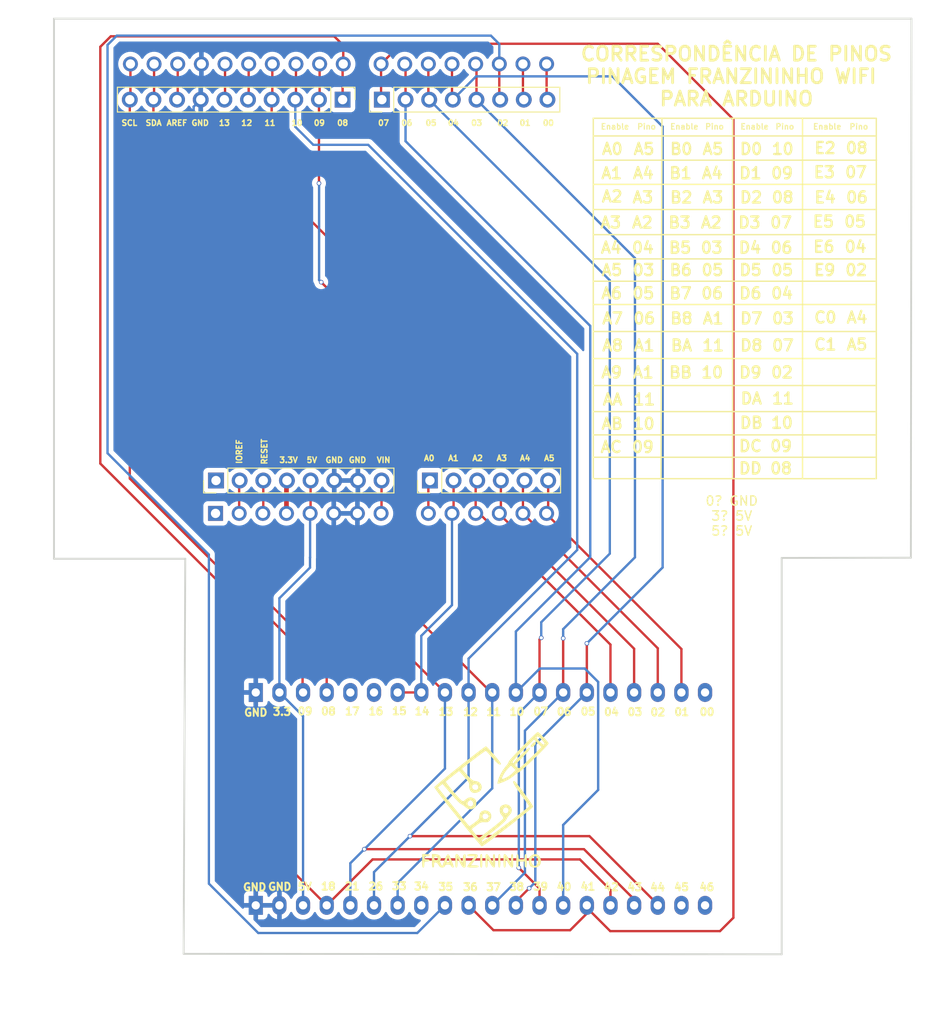
<source format=kicad_pcb>
(kicad_pcb (version 20221018) (generator pcbnew)
  (layers (0 "F.Cu" signal) (31 "B.Cu" signal) (34 "B.Paste" user) (35 "F.Paste" user) (36 "B.SilkS" user "B.Silkscreen") (37 "F.SilkS" user "F.Silkscreen") (38 "B.Mask" user) (39 "F.Mask" user) (44 "Edge.Cuts" user))
  (net 0 "")
  (net 1 "GND")
  (net 2 "+3.3V")
  (net 3 "01")
  (net 4 "02")
  (net 5 "03")
  (net 6 "04")
  (net 7 "05")
  (net 8 "06")
  (net 9 "07")
  (net 10 "10")
  (net 11 "14")
  (net 12 "11")
  (net 13 "12")
  (net 14 "13")
  (net 15 "36")
  (net 16 "35")
  (net 17 "34")
  (net 18 "18")
  (net 19 "45")
  (net 20 "46")
  (net 21 "0")
  (net 22 "16")
  (net 23 "17")
  (net 25 "08")
  (net 26 "09")
  (net 27 "IOREF")
  (net 28 "RESET")
  (net 29 "+5V")
  (net 30 "Vin")
  (net 31 "A0")
  (net 32 "A15")
  (net 33 "A16")
  (net 34 "A12")
  (net 35 "A13")
  (net 36 "AREF")
  (footprint "FRANZININHO_LAB:Logo" (layer "F.Cu") (at 136.893113 135.883241)
    (fp_text reference "G***" hide)
    (fp_text value "LOGO" hide)
  )
  (footprint "Connector_PinHeader_2.54mm:PinHeader_1x08_P2.54mm_Vertical" (layer "F.Cu") (at 108.2 101.6 90)
    (fp_text reference "J4" hide)
    (fp_text value "Conn_01x08" hide)
    (pad "1" thru_hole rect (at 0 0 90) (size 1.7 1.7) (drill 1) (layers "*.Cu" "*.Mask"))
    (pad "2" thru_hole oval (at 0 2.54 90) (size 1.7 1.7) (drill 1) (layers "*.Cu" "*.Mask") (net 27 "IOREF"))
    (pad "3" thru_hole oval (at 0 5.08 90) (size 1.7 1.7) (drill 1) (layers "*.Cu" "*.Mask") (net 28 "RESET"))
    (pad "4" thru_hole oval (at 0 7.62 90) (size 1.7 1.7) (drill 1) (layers "*.Cu" "*.Mask") (net 2 "+3.3V"))
    (pad "5" thru_hole oval (at 0 10.16 90) (size 1.7 1.7) (drill 1) (layers "*.Cu" "*.Mask") (net 29 "+5V"))
    (pad "6" thru_hole oval (at 0 12.7 90) (size 1.7 1.7) (drill 1) (layers "*.Cu" "*.Mask") (net 1 "GND"))
    (pad "7" thru_hole oval (at 0 15.24 90) (size 1.7 1.7) (drill 1) (layers "*.Cu" "*.Mask") (net 1 "GND"))
    (pad "8" thru_hole oval (at 0 17.78 90) (size 1.7 1.7) (drill 1) (layers "*.Cu" "*.Mask") (net 30 "Vin"))
  )
  (footprint "Connector_PinHeader_2.54mm:PinHeader_1x10_P2.54mm_Vertical" (layer "F.Cu") (at 121.8 60.7 -90)
    (fp_text reference "J2" hide)
    (fp_text value "Conn_01x10" hide)
    (pad "1" thru_hole rect (at 0 0 270) (size 1.7 1.7) (drill 1) (layers "*.Cu" "*.Mask") (net 18 "18"))
    (pad "2" thru_hole oval (at 0 2.54 270) (size 1.7 1.7) (drill 1) (layers "*.Cu" "*.Mask") (net 14 "13"))
    (pad "3" thru_hole oval (at 0 5.08 270) (size 1.7 1.7) (drill 1) (layers "*.Cu" "*.Mask") (net 13 "12"))
    (pad "4" thru_hole oval (at 0 7.62 270) (size 1.7 1.7) (drill 1) (layers "*.Cu" "*.Mask") (net 12 "11"))
    (pad "5" thru_hole oval (at 0 10.16 270) (size 1.7 1.7) (drill 1) (layers "*.Cu" "*.Mask") (net 34 "A12"))
    (pad "6" thru_hole oval (at 0 12.7 270) (size 1.7 1.7) (drill 1) (layers "*.Cu" "*.Mask") (net 35 "A13"))
    (pad "7" thru_hole oval (at 0 15.24 270) (size 1.7 1.7) (drill 1) (layers "*.Cu" "*.Mask") (net 1 "GND"))
    (pad "8" thru_hole oval (at 0 17.78 270) (size 1.7 1.7) (drill 1) (layers "*.Cu" "*.Mask") (net 36 "AREF"))
    (pad "9" thru_hole oval (at 0 20.32 270) (size 1.7 1.7) (drill 1) (layers "*.Cu" "*.Mask") (net 25 "08"))
    (pad "10" thru_hole oval (at 0 22.86 270) (size 1.7 1.7) (drill 1) (layers "*.Cu" "*.Mask") (net 26 "09"))
  )
  (footprint "Connector_PinHeader_2.54mm:PinHeader_1x06_P2.54mm_Vertical" (layer "F.Cu") (at 131.18 101.6 90)
    (fp_text reference "J3" hide)
    (fp_text value "Conn_01x06" hide)
    (pad "1" thru_hole rect (at 0 0 90) (size 1.7 1.7) (drill 1) (layers "*.Cu" "*.Mask") (net 31 "A0"))
    (pad "2" thru_hole oval (at 0 2.54 90) (size 1.7 1.7) (drill 1) (layers "*.Cu" "*.Mask") (net 11 "14"))
    (pad "3" thru_hole oval (at 0 5.08 90) (size 1.7 1.7) (drill 1) (layers "*.Cu" "*.Mask") (net 6 "04"))
    (pad "4" thru_hole oval (at 0 7.62 90) (size 1.7 1.7) (drill 1) (layers "*.Cu" "*.Mask") (net 5 "03"))
    (pad "5" thru_hole oval (at 0 10.16 90) (size 1.7 1.7) (drill 1) (layers "*.Cu" "*.Mask") (net 4 "02"))
    (pad "6" thru_hole oval (at 0 12.7 90) (size 1.7 1.7) (drill 1) (layers "*.Cu" "*.Mask") (net 3 "01"))
  )
  (footprint "Connector_PinHeader_2.54mm:PinHeader_1x08_P2.54mm_Vertical" (layer "F.Cu") (at 126.02 60.7 90)
    (fp_text reference "J1" hide)
    (fp_text value "Conn_01x08" hide)
    (pad "1" thru_hole rect (at 0 0 90) (size 1.7 1.7) (drill 1) (layers "*.Cu" "*.Mask") (net 15 "36"))
    (pad "2" thru_hole oval (at 0 2.54 90) (size 1.7 1.7) (drill 1) (layers "*.Cu" "*.Mask") (net 10 "10"))
    (pad "3" thru_hole oval (at 0 5.08 90) (size 1.7 1.7) (drill 1) (layers "*.Cu" "*.Mask") (net 9 "07"))
    (pad "4" thru_hole oval (at 0 7.62 90) (size 1.7 1.7) (drill 1) (layers "*.Cu" "*.Mask") (net 7 "05"))
    (pad "5" thru_hole oval (at 0 10.16 90) (size 1.7 1.7) (drill 1) (layers "*.Cu" "*.Mask") (net 8 "06"))
    (pad "6" thru_hole oval (at 0 12.7 90) (size 1.7 1.7) (drill 1) (layers "*.Cu" "*.Mask") (net 16 "35"))
    (pad "7" thru_hole oval (at 0 15.24 90) (size 1.7 1.7) (drill 1) (layers "*.Cu" "*.Mask") (net 33 "A16"))
    (pad "8" thru_hole oval (at 0 17.78 90) (size 1.7 1.7) (drill 1) (layers "*.Cu" "*.Mask") (net 32 "A15"))
  )
  (footprint "FRANZININHO_LAB:FRANZININHO_WIFI_PINOUT" (layer "F.Cu") (at 136.6012 135.7884)
    (fp_text reference "U3" hide)
    (fp_text value "FRANZININHO_WIFI_PINOUT" hide)
    (pad "1" thru_hole oval (at 24.13 -11.43) (size 1.524 2.032) (drill 0.889) (layers "*.Cu" "*.Mask") (net 21 "0"))
    (pad "2" thru_hole oval (at 21.59 -11.43) (size 1.524 2.032) (drill 0.889) (layers "*.Cu" "*.Mask") (net 3 "01"))
    (pad "3" thru_hole oval (at 19.05 -11.43) (size 1.524 2.032) (drill 0.889) (layers "*.Cu" "*.Mask") (net 4 "02"))
    (pad "4" thru_hole oval (at 16.51 -11.43) (size 1.524 2.032) (drill 0.889) (layers "*.Cu" "*.Mask") (net 5 "03"))
    (pad "5" thru_hole oval (at 13.97 -11.43) (size 1.524 2.032) (drill 0.889) (layers "*.Cu" "*.Mask") (net 6 "04"))
    (pad "6" thru_hole oval (at 11.43 -11.43) (size 1.524 2.032) (drill 0.889) (layers "*.Cu" "*.Mask") (net 7 "05"))
    (pad "7" thru_hole oval (at 8.89 -11.43) (size 1.524 2.032) (drill 0.889) (layers "*.Cu" "*.Mask") (net 8 "06"))
    (pad "8" thru_hole oval (at 6.35 -11.43) (size 1.524 2.032) (drill 0.889) (layers "*.Cu" "*.Mask") (net 9 "07"))
    (pad "9" thru_hole oval (at 3.81 -11.43) (size 1.524 2.032) (drill 0.889) (layers "*.Cu" "*.Mask") (net 10 "10"))
    (pad "10" thru_hole oval (at 1.27 -11.43) (size 1.524 2.032) (drill 0.889) (layers "*.Cu" "*.Mask") (net 12 "11"))
    (pad "11" thru_hole oval (at -1.27 -11.43) (size 1.524 2.032) (drill 0.889) (layers "*.Cu" "*.Mask") (net 13 "12"))
    (pad "12" thru_hole oval (at -3.81 -11.43) (size 1.524 2.032) (drill 0.889) (layers "*.Cu" "*.Mask") (net 14 "13"))
    (pad "13" thru_hole oval (at -6.35 -11.43) (size 1.524 2.032) (drill 0.889) (layers "*.Cu" "*.Mask") (net 11 "14"))
    (pad "14" thru_hole oval (at -8.89 -11.43) (size 1.524 2.032) (drill 0.889) (layers "*.Cu" "*.Mask") (net 11 "14"))
    (pad "15" thru_hole oval (at -11.43 -11.43) (size 1.524 2.032) (drill 0.889) (layers "*.Cu" "*.Mask") (net 22 "16"))
    (pad "16" thru_hole oval (at -13.97 -11.43) (size 1.524 2.032) (drill 0.889) (layers "*.Cu" "*.Mask") (net 23 "17"))
    (pad "17" thru_hole oval (at -16.51 -11.43) (size 1.524 2.032) (drill 0.889) (layers "*.Cu" "*.Mask") (net 25 "08"))
    (pad "18" thru_hole oval (at -19.05 -11.43) (size 1.524 2.032) (drill 0.889) (layers "*.Cu" "*.Mask") (net 26 "09"))
    (pad "19" thru_hole oval (at -21.59 -11.43) (size 1.524 2.032) (drill 0.889) (layers "*.Cu" "*.Mask") (net 29 "+5V"))
    (pad "20" thru_hole rect (at -24.13 -11.43) (size 1.524 2.032) (drill 0.889) (layers "*.Cu" "*.Mask") (net 1 "GND"))
    (pad "21" thru_hole rect (at -24.13 11.43) (size 1.524 2.032) (drill 0.889) (layers "*.Cu" "*.Mask") (net 1 "GND"))
    (pad "22" thru_hole oval (at -21.59 11.43) (size 1.524 2.032) (drill 0.889) (layers "*.Cu" "*.Mask") (net 1 "GND"))
    (pad "23" thru_hole oval (at -19.05 11.43) (size 1.524 2.032) (drill 0.889) (layers "*.Cu" "*.Mask") (net 29 "+5V"))
    (pad "24" thru_hole oval (at -16.51 11.43) (size 1.524 2.032) (drill 0.889) (layers "*.Cu" "*.Mask") (net 18 "18"))
    (pad "25" thru_hole oval (at -13.97 11.43) (size 1.524 2.032) (drill 0.889) (layers "*.Cu" "*.Mask") (net 14 "13"))
    (pad "26" thru_hole oval (at -11.43 11.43) (size 1.524 2.032) (drill 0.889) (layers "*.Cu" "*.Mask") (net 13 "12"))
    (pad "27" thru_hole oval (at -8.89 11.43) (size 1.524 2.032) (drill 0.889) (layers "*.Cu" "*.Mask") (net 12 "11"))
    (pad "28" thru_hole oval (at -6.35 11.43) (size 1.524 2.032) (drill 0.889) (layers "*.Cu" "*.Mask") (net 17 "34"))
    (pad "29" thru_hole oval (at -3.81 11.43) (size 1.524 2.032) (drill 0.889) (layers "*.Cu" "*.Mask") (net 16 "35"))
    (pad "30" thru_hole oval (at -1.27 11.43) (size 1.524 2.032) (drill 0.889) (layers "*.Cu" "*.Mask") (net 15 "36"))
    (pad "31" thru_hole oval (at 1.27 11.43) (size 1.524 2.032) (drill 0.889) (layers "*.Cu" "*.Mask") (net 8 "06"))
    (pad "32" thru_hole oval (at 3.81 11.43) (size 1.524 2.032) (drill 0.889) (layers "*.Cu" "*.Mask") (net 7 "05"))
    (pad "33" thru_hole oval (at 6.35 11.43) (size 1.524 2.032) (drill 0.889) (layers "*.Cu" "*.Mask") (net 9 "07"))
    (pad "34" thru_hole oval (at 8.89 11.43) (size 1.524 2.032) (drill 0.889) (layers "*.Cu" "*.Mask") (net 10 "10"))
    (pad "35" thru_hole oval (at 11.43 11.43) (size 1.524 2.032) (drill 0.889) (layers "*.Cu" "*.Mask") (net 15 "36"))
    (pad "36" thru_hole oval (at 13.97 11.43) (size 1.524 2.032) (drill 0.889) (layers "*.Cu" "*.Mask") (net 18 "18"))
    (pad "37" thru_hole oval (at 16.51 11.43) (size 1.524 2.032) (drill 0.889) (layers "*.Cu" "*.Mask") (net 14 "13"))
    (pad "38" thru_hole oval (at 19.05 11.43) (size 1.524 2.032) (drill 0.889) (layers "*.Cu" "*.Mask") (net 13 "12"))
    (pad "39" thru_hole oval (at 21.59 11.43) (size 1.524 2.032) (drill 0.889) (layers "*.Cu" "*.Mask") (net 19 "45"))
    (pad "40" thru_hole oval (at 24.13 11.43) (size 1.524 2.032) (drill 0.889) (layers "*.Cu" "*.Mask") (net 20 "46"))
  )
  (footprint "Module:Arduino_UNO_R3" (layer "B.Cu") (at 108.15 105.13)
    (fp_text reference "A1" hide)
    (fp_text value "Arduino_UNO_R3" hide)
    (pad "1" thru_hole rect (at 0 0 270) (size 1.6 1.6) (drill 1) (layers "*.Cu" "*.Mask"))
    (pad "2" thru_hole oval (at 2.54 0 270) (size 1.6 1.6) (drill 1) (layers "*.Cu" "*.Mask") (net 27 "IOREF"))
    (pad "3" thru_hole oval (at 5.08 0 270) (size 1.6 1.6) (drill 1) (layers "*.Cu" "*.Mask") (net 28 "RESET"))
    (pad "4" thru_hole oval (at 7.62 0 270) (size 1.6 1.6) (drill 1) (layers "*.Cu" "*.Mask") (net 2 "+3.3V"))
    (pad "5" thru_hole oval (at 10.16 0 270) (size 1.6 1.6) (drill 1) (layers "*.Cu" "*.Mask") (net 29 "+5V"))
    (pad "6" thru_hole oval (at 12.7 0 270) (size 1.6 1.6) (drill 1) (layers "*.Cu" "*.Mask") (net 1 "GND"))
    (pad "7" thru_hole oval (at 15.24 0 270) (size 1.6 1.6) (drill 1) (layers "*.Cu" "*.Mask") (net 1 "GND"))
    (pad "8" thru_hole oval (at 17.78 0 270) (size 1.6 1.6) (drill 1) (layers "*.Cu" "*.Mask") (net 30 "Vin"))
    (pad "9" thru_hole oval (at 22.86 0 270) (size 1.6 1.6) (drill 1) (layers "*.Cu" "*.Mask") (net 31 "A0"))
    (pad "10" thru_hole oval (at 25.4 0 270) (size 1.6 1.6) (drill 1) (layers "*.Cu" "*.Mask") (net 11 "14"))
    (pad "11" thru_hole oval (at 27.94 0 270) (size 1.6 1.6) (drill 1) (layers "*.Cu" "*.Mask") (net 6 "04"))
    (pad "12" thru_hole oval (at 30.48 0 270) (size 1.6 1.6) (drill 1) (layers "*.Cu" "*.Mask") (net 5 "03"))
    (pad "13" thru_hole oval (at 33.02 0 270) (size 1.6 1.6) (drill 1) (layers "*.Cu" "*.Mask") (net 4 "02"))
    (pad "14" thru_hole oval (at 35.56 0 270) (size 1.6 1.6) (drill 1) (layers "*.Cu" "*.Mask") (net 3 "01"))
    (pad "15" thru_hole oval (at 35.56 -48.26 270) (size 1.6 1.6) (drill 1) (layers "*.Cu" "*.Mask") (net 32 "A15"))
    (pad "16" thru_hole oval (at 33.02 -48.26 270) (size 1.6 1.6) (drill 1) (layers "*.Cu" "*.Mask") (net 33 "A16"))
    (pad "17" thru_hole oval (at 30.48 -48.26 270) (size 1.6 1.6) (drill 1) (layers "*.Cu" "*.Mask") (net 16 "35"))
    (pad "18" thru_hole oval (at 27.94 -48.26 270) (size 1.6 1.6) (drill 1) (layers "*.Cu" "*.Mask") (net 8 "06"))
    (pad "19" thru_hole oval (at 25.4 -48.26 270) (size 1.6 1.6) (drill 1) (layers "*.Cu" "*.Mask") (net 7 "05"))
    (pad "20" thru_hole oval (at 22.86 -48.26 270) (size 1.6 1.6) (drill 1) (layers "*.Cu" "*.Mask") (net 9 "07"))
    (pad "21" thru_hole oval (at 20.32 -48.26 270) (size 1.6 1.6) (drill 1) (layers "*.Cu" "*.Mask") (net 10 "10"))
    (pad "22" thru_hole oval (at 17.78 -48.26 270) (size 1.6 1.6) (drill 1) (layers "*.Cu" "*.Mask") (net 15 "36"))
    (pad "23" thru_hole oval (at 13.72 -48.26 270) (size 1.6 1.6) (drill 1) (layers "*.Cu" "*.Mask") (net 18 "18"))
    (pad "24" thru_hole oval (at 11.18 -48.26 270) (size 1.6 1.6) (drill 1) (layers "*.Cu" "*.Mask") (net 14 "13"))
    (pad "25" thru_hole oval (at 8.64 -48.26 270) (size 1.6 1.6) (drill 1) (layers "*.Cu" "*.Mask") (net 13 "12"))
    (pad "26" thru_hole oval (at 6.1 -48.26 270) (size 1.6 1.6) (drill 1) (layers "*.Cu" "*.Mask") (net 12 "11"))
    (pad "27" thru_hole oval (at 3.56 -48.26 270) (size 1.6 1.6) (drill 1) (layers "*.Cu" "*.Mask") (net 34 "A12"))
    (pad "28" thru_hole oval (at 1.02 -48.26 270) (size 1.6 1.6) (drill 1) (layers "*.Cu" "*.Mask") (net 35 "A13"))
    (pad "29" thru_hole oval (at -1.52 -48.26 270) (size 1.6 1.6) (drill 1) (layers "*.Cu" "*.Mask") (net 1 "GND"))
    (pad "30" thru_hole oval (at -4.06 -48.26 270) (size 1.6 1.6) (drill 1) (layers "*.Cu" "*.Mask") (net 36 "AREF"))
    (pad "31" thru_hole oval (at -6.6 -48.26 270) (size 1.6 1.6) (drill 1) (layers "*.Cu" "*.Mask") (net 25 "08"))
    (pad "32" thru_hole oval (at -9.14 -48.26 270) (size 1.6 1.6) (drill 1) (layers "*.Cu" "*.Mask") (net 26 "09"))
  )
  (gr_line (start 179.125 72.5) (end 148.775 72.5) (stroke (width 0.15)) (layer "F.SilkS"))
  (gr_line (start 179.075 80.2) (end 148.725 80.2) (stroke (width 0.15)) (layer "F.SilkS"))
  (gr_line (start 156.1 62.7) (end 156 101.3) (stroke (width 0.15)) (layer "F.SilkS"))
  (gr_line (start 171.2 62.7) (end 171.2 101.3) (stroke (width 0.15)) (layer "F.SilkS"))
  (gr_line (start 148.775 64.6) (end 179.125 64.6) (stroke (width 0.15)) (layer "F.SilkS"))
  (gr_line (start 148.725 94.2) (end 179.075 94.2) (stroke (width 0.15)) (layer "F.SilkS"))
  (gr_rect (start 148.725 62.7) (end 179.125 101.4) (stroke (width 0.15)) (fill none) (layer "F.SilkS"))
  (gr_line (start 179.05 91.4) (end 148.8 91.4) (stroke (width 0.15)) (layer "F.SilkS"))
  (gr_line (start 148.775 69.8) (end 179.125 69.8) (stroke (width 0.15)) (layer "F.SilkS"))
  (gr_line (start 163.7 62.7) (end 163.7 101.4) (stroke (width 0.15)) (layer "F.SilkS"))
  (gr_line (start 148.725 82.7) (end 179.075 82.7) (stroke (width 0.15)) (layer "F.SilkS"))
  (gr_line (start 148.7 99.1) (end 179.1 99.1) (stroke (width 0.15)) (layer "F.SilkS"))
  (gr_line (start 179.075 77.8) (end 148.725 77.8) (stroke (width 0.15)) (layer "F.SilkS"))
  (gr_line (start 179.075 75.2) (end 148.725 75.2) (stroke (width 0.15)) (layer "F.SilkS"))
  (gr_line (start 179.025 85.6) (end 148.775 85.6) (stroke (width 0.15)) (layer "F.SilkS"))
  (gr_line (start 179.075 96.7) (end 148.725 96.7) (stroke (width 0.15)) (layer "F.SilkS"))
  (gr_line (start 148.9 67.2) (end 179.15 67.2) (stroke (width 0.15)) (layer "F.SilkS"))
  (gr_line (start 148.7 88.5) (end 179.05 88.5) (stroke (width 0.15)) (layer "F.SilkS"))
  (gr_line (start 168.9625 109.9125) (end 168.9608 152.4762) (stroke (width 0.2)) (layer "Edge.Cuts"))
  (gr_line (start 90.8 52) (end 90.8 110) (stroke (width 0.2)) (layer "Edge.Cuts"))
  (gr_line (start 182.9 52) (end 90.8 52) (stroke (width 0.2)) (layer "Edge.Cuts"))
  (gr_line (start 182.8375 109.8875) (end 182.9 52) (stroke (width 0.2)) (layer "Edge.Cuts"))
  (gr_line (start 104.7242 152.4254) (end 104.9 110) (stroke (width 0.2)) (layer "Edge.Cuts"))
  (gr_line (start 104.7242 152.4254) (end 168.9608 152.4762) (stroke (width 0.2)) (layer "Edge.Cuts"))
  (gr_line (start 104.9 110) (end 90.8 110) (stroke (width 0.2)) (layer "Edge.Cuts"))
  (gr_line (start 182.8375 109.8875) (end 168.9625 109.9125) (stroke (width 0.2)) (layer "Edge.Cuts"))
  (gr_text "AC" (at 150.65 98) (layer "F.SilkS") (effects (font (size 1.2 1.2) (thickness 0.25))))
  (gr_text "07" (at 176.95 68.5) (layer "F.SilkS") (effects (font (size 1.2 1.2) (thickness 0.25))))
  (gr_text "GND" (at 123.4 99.4) (layer "F.SilkS") (effects (font (size 0.6 0.6))))
  (gr_text "06" (at 144.7084 126.8996) (layer "F.SilkS") (effects (font (size 0.8 0.8) (thickness 0.2) bold) (justify left bottom)))
  (gr_text "E4" (at 173.625 71.2) (layer "F.SilkS") (effects (font (size 1.2 1.2) (thickness 0.25))))
  (gr_text "13" (at 109.1 63.2) (layer "F.SilkS") (effects (font (size 0.6 0.6))))
  (gr_text "A0" (at 131.1 99.2) (layer "F.SilkS") (effects (font (size 0.6 0.6))))
  (gr_text "D6" (at 165.6 81.5) (layer "F.SilkS") (effects (font (size 1.2 1.2) (thickness 0.25))))
  (gr_text "Pino" (at 161.75 63.6) (layer "F.SilkS") (effects (font (size 0.6 0.6) (thickness 0.125))))
  (gr_text "E2" (at 173.625 65.9) (layer "F.SilkS") (effects (font (size 1.2 1.2) (thickness 0.25))))
  (gr_text "E3" (at 173.55 68.5) (layer "F.SilkS") (effects (font (size 1.2 1.2) (thickness 0.25))))
  (gr_text "A0" (at 150.775 66) (layer "F.SilkS") (effects (font (size 1.2 1.2) (thickness 0.25))))
  (gr_text "0? GND\n3? 5V\n5? 5V" (at 163.6 105.4) (layer "F.SilkS") (effects (font (size 1 1))))
  (gr_text "09" (at 169 68.6) (layer "F.SilkS") (effects (font (size 1.2 1.2) (thickness 0.25))))
  (gr_text "05" (at 154.1 81.5) (layer "F.SilkS") (effects (font (size 1.2 1.2) (thickness 0.25))))
  (gr_text "VIN" (at 126.2 99.4) (layer "F.SilkS") (effects (font (size 0.6 0.6))))
  (gr_text "06" (at 161.5 81.5) (layer "F.SilkS") (effects (font (size 1.2 1.2) (thickness 0.25))))
  (gr_text "45" (at 157.315 145.7262) (layer "F.SilkS") (effects (font (size 0.8 0.8) (thickness 0.2) bold) (justify left bottom)))
  (gr_text "AB" (at 150.75 95.5) (layer "F.SilkS") (effects (font (size 1.2 1.2) (thickness 0.25))))
  (gr_text "DA" (at 165.7 92.8) (layer "F.SilkS") (effects (font (size 1.2 1.2) (thickness 0.25))))
  (gr_text "C0" (at 173.65 84.1) (layer "F.SilkS") (effects (font (size 1.2 1.2) (thickness 0.25))))
  (gr_text "Pino" (at 169.3 63.6) (layer "F.SilkS") (effects (font (size 0.6 0.6) (thickness 0.125))))
  (gr_text "33" (at 126.9874 145.6246) (layer "F.SilkS") (effects (font (size 0.8 0.8) (thickness 0.2) bold) (justify left bottom)))
  (gr_text "04" (at 169 81.5) (layer "F.SilkS") (effects (font (size 1.2 1.2) (thickness 0.25))))
  (gr_text "B8" (at 158.2 84.2) (layer "F.SilkS") (effects (font (size 1.2 1.2) (thickness 0.25))))
  (gr_text "41" (at 147.2566 145.6754) (layer "F.SilkS") (effects (font (size 0.8 0.8) (thickness 0.2) bold) (justify left bottom)))
  (gr_text "D0" (at 165.675 66) (layer "F.SilkS") (effects (font (size 1.2 1.2) (thickness 0.25))))
  (gr_text "44" (at 154.7496 145.7516) (layer "F.SilkS") (effects (font (size 0.8 0.8) (thickness 0.2) bold) (justify left bottom)))
  (gr_text "02" (at 154.7668 126.9504) (layer "F.SilkS") (effects (font (size 0.8 0.8) (thickness 0.2) bold) (justify left bottom)))
  (gr_text "10" (at 116.9 63.2) (layer "F.SilkS") (effects (font (size 0.6 0.6))))
  (gr_text "A1" (at 154.2 87.1) (layer "F.SilkS") (effects (font (size 1.2 1.2) (thickness 0.25))))
  (gr_text "GND" (at 112.357 145.269) (layer "F.SilkS") (effects (font (size 0.8 0.8) (thickness 0.2) bold)))
  (gr_text "SDA" (at 101.5 63.2) (layer "F.SilkS") (effects (font (size 0.6 0.6))))
  (gr_text "A1" (at 161.6 84.2) (layer "F.SilkS") (effects (font (size 1.2 1.2) (thickness 0.25))))
  (gr_text "09" (at 119.3 63.2) (layer "F.SilkS") (effects (font (size 0.6 0.6))))
  (gr_text "26" (at 124.4728 145.65) (layer "F.SilkS") (effects (font (size 0.8 0.8) (thickness 0.2) bold) (justify left bottom)))
  (gr_text "A2" (at 136.3 99.2) (layer "F.SilkS") (effects (font (size 0.6 0.6))))
  (gr_text "08" (at 169.075 71.2) (layer "F.SilkS") (effects (font (size 1.2 1.2) (thickness 0.25))))
  (gr_text "D4" (at 165.55 76.6) (layer "F.SilkS") (effects (font (size 1.2 1.2) (thickness 0.25))))
  (gr_text "06" (at 168.95 76.6) (layer "F.SilkS") (effects (font (size 1.2 1.2) (thickness 0.25))))
  (gr_text "10" (at 169 95.4) (layer "F.SilkS") (effects (font (size 1.2 1.2) (thickness 0.25))))
  (gr_text "5V" (at 118.5 99.4) (layer "F.SilkS") (effects (font (size 0.6 0.6))))
  (gr_text "11" (at 114 63.2) (layer "F.SilkS") (effects (font (size 0.6 0.6))))
  (gr_text "A5" (at 144 99.2) (layer "F.SilkS") (effects (font (size 0.6 0.6))))
  (gr_text "GND" (at 115.0494 145.2182) (layer "F.SilkS") (effects (font (size 0.8 0.8) (thickness 0.2) bold)))
  (gr_text "A3" (at 161.575 71.2) (layer "F.SilkS") (effects (font (size 1.2 1.2) (thickness 0.25))))
  (gr_text "03" (at 136.2 63.2) (layer "F.SilkS") (effects (font (size 0.6 0.6))))
  (gr_text "11" (at 169.1 92.8) (layer "F.SilkS") (effects (font (size 1.2 1.2) (thickness 0.25))))
  (gr_text "DD" (at 165.6 100.3) (layer "F.SilkS") (effects (font (size 1.2 1.2) (thickness 0.25))))
  (gr_text "A5" (at 177.05 87) (layer "F.SilkS") (effects (font (size 1.2 1.2) (thickness 0.25))))
  (gr_text "36" (at 134.6328 145.7262) (layer "F.SilkS") (effects (font (size 0.8 0.8) (thickness 0.2) bold) (justify left bottom)))
  (gr_text "02" (at 169 90) (layer "F.SilkS") (effects (font (size 1.2 1.2) (thickness 0.25))))
  (gr_text "03" (at 169.1 84.2) (layer "F.SilkS") (effects (font (size 1.2 1.2) (thickness 0.25))))
  (gr_text "05" (at 147.2738 126.8742) (layer "F.SilkS") (effects (font (size 0.8 0.8) (thickness 0.2) bold) (justify left bottom)))
  (gr_text "B3" (at 158 73.9) (layer "F.SilkS") (effects (font (size 1.2 1.2) (thickness 0.25))))
  (gr_text "02" (at 176.975 79) (layer "F.SilkS") (effects (font (size 1.2 1.2) (thickness 0.25))))
  (gr_text "09" (at 116.87 126.8488) (layer "F.SilkS") (effects (font (size 0.8 0.8) (thickness 0.2) bold) (justify left bottom)))
  (gr_text "5V" (at 116.8782 145.6754) (layer "F.SilkS") (effects (font (size 0.8 0.8) (thickness 0.2) bold) (justify left bottom)))
  (gr_text "B7" (at 158.1 81.5) (layer "F.SilkS") (effects (font (size 1.2 1.2) (thickness 0.25))))
  (gr_text "15" (at 127.0046 126.8234) (layer "F.SilkS") (effects (font (size 0.8 0.8) (thickness 0.2) bold) (justify left bottom)))
  (gr_text "11" (at 137.1392 126.925) (layer "F.SilkS") (effects (font (size 0.8 0.8) (thickness 0.2) bold) (justify left bottom)))
  (gr_text "Pino" (at 154.45 63.6) (layer "F.SilkS") (effects (font (size 0.6 0.6) (thickness 0.125))))
  (gr_text "BB" (at 158.1 90) (layer "F.SilkS") (effects (font (size 1.2 1.2) (thickness 0.25))))
  (gr_text "AREF" (at 104 63.2) (layer "F.SilkS") (effects (font (size 0.6 0.6))))
  (gr_text "B1" (at 158.1 68.6) (layer "F.SilkS") (effects (font (size 1.2 1.2) (thickness 0.25))))
  (gr_text "Enable" (at 166.05 63.6) (layer "F.SilkS") (effects (font (size 0.6 0.6) (thickness 0.125))))
  (gr_text "04" (at 133.7 63.2) (layer "F.SilkS") (effects (font (size 0.6 0.6))))
  (gr_text "06" (at 128.7 63.2) (layer "F.SilkS") (effects (font (size 0.6 0.6))))
  (gr_text "01" (at 141.4 63.2) (layer "F.SilkS") (effects (font (size 0.6 0.6))))
  (gr_text "C1" (at 173.65 87) (layer "F.SilkS") (effects (font (size 1.2 1.2) (thickness 0.25))))
  (gr_text "A8" (at 150.8 87.1) (layer "F.SilkS") (effects (font (size 1.2 1.2) (thickness 0.25))))
  (gr_text "03" (at 154.125 79) (layer "F.SilkS") (effects (font (size 1.2 1.2) (thickness 0.25))))
  (gr_text "SCL" (at 98.9 63.2) (layer "F.SilkS") (effects (font (size 0.6 0.6))))
  (gr_text "BA" (at 158.2 87.1) (layer "F.SilkS") (effects (font (size 1.2 1.2) (thickness 0.25))))
  (gr_text "B5" (at 158.05 76.6) (layer "F.SilkS") (effects (font (size 1.2 1.2) (thickness 0.25))))
  (gr_text "10" (at 139.6284 126.8996) (layer "F.SilkS") (effects (font (size 0.8 0.8) (thickness 0.2) bold) (justify left bottom)))
  (gr_text "05" (at 131.3 63.2) (layer "F.SilkS") (effects (font (size 0.6 0.6))))
  (gr_text "DB" (at 165.7 95.4) (layer "F.SilkS") (effects (font (size 1.2 1.2) (thickness 0.25))))
  (gr_text "35" (at 131.9912 145.7008) (layer "F.SilkS") (effects (font (size 0.8 0.8) (thickness 0.2) bold) (justify left bottom)))
  (gr_text "05" (at 161.525 79) (layer "F.SilkS") (effects (font (size 1.2 1.2) (thickness 0.25))))
  (gr_text "D2" (at 165.675 71.2) (layer "F.SilkS") (effects (font (size 1.2 1.2) (thickness 0.25))))
  (gr_text "A5" (at 161.575 66) (layer "F.SilkS") (effects (font (size 1.2 1.2) (thickness 0.25))))
  (gr_text "03" (at 161.45 76.6) (layer "F.SilkS") (effects (font (size 1.2 1.2) (thickness 0.25))))
  (gr_text "GND" (at 106.5 63.2) (layer "F.SilkS") (effects (font (size 0.6 0.6))))
  (gr_text "10" (at 161.5 90) (layer "F.SilkS") (effects (font (size 1.2 1.2) (thickness 0.25))))
  (gr_text "10" (at 169.075 66) (layer "F.SilkS") (effects (font (size 1.2 1.2) (thickness 0.25))))
  (gr_text "Enable" (at 173.85 63.6) (layer "F.SilkS") (effects (font (size 0.6 0.6) (thickness 0.125))))
  (gr_text "39\n" (at 142.1766 145.6754) (layer "F.SilkS") (effects (font (size 0.8 0.8) (thickness 0.2) bold) (justify left bottom)))
  (gr_text "D8" (at 165.7 87.1) (layer "F.SilkS") (effects (font (size 1.2 1.2) (thickness 0.25))))
  (gr_text "07" (at 142.1938 126.8742) (layer "F.SilkS") (effects (font (size 0.8 0.8) (thickness 0.2) bold) (justify left bottom)))
  (gr_text "08" (at 168.9 100.3) (layer "F.SilkS") (effects (font (size 1.2 1.2) (thickness 0.25))))
  (gr_text "05" (at 169.025 79) (layer "F.SilkS") (effects (font (size 1.2 1.2) (thickness 0.25))))
  (gr_text "A1" (at 154.1 90) (layer "F.SilkS") (effects (font (size 1.2 1.2) (thickness 0.25))))
  (gr_text "05" (at 176.85 73.8) (layer "F.SilkS") (effects (font (size 1.2 1.2) (thickness 0.25))))
  (gr_text "38\n" (at 139.6112 145.7008) (layer "F.SilkS") (effects (font (size 0.8 0.8) (thickness 0.2) bold) (justify left bottom)))
  (gr_text "A5" (at 154.175 66) (layer "F.SilkS") (effects (font (size 1.2 1.2) (thickness 0.25))))
  (gr_text "AA" (at 150.8 92.9) (layer "F.SilkS") (effects (font (size 1.2 1.2) (thickness 0.25))))
  (gr_text "00\n" (at 143.9 63.2) (layer "F.SilkS") (effects (font (size 0.6 0.6))))
  (gr_text "RESET" (at 113.4 98.5 90) (layer "F.SilkS") (effects (font (size 0.6 0.6))))
  (gr_text "A4" (at 177.05 84.1) (layer "F.SilkS") (effects (font (size 1.2 1.2) (thickness 0.25))))
  (gr_text "A3" (at 150.6 73.9) (layer "F.SilkS") (effects (font (size 1.2 1.2) (thickness 0.25))))
  (gr_text "03" (at 152.303 126.925) (layer "F.SilkS") (effects (font (size 0.8 0.8) (thickness 0.2) bold) (justify left bottom)))
  (gr_text "46" (at 160.0328 145.7262) (layer "F.SilkS") (effects (font (size 0.8 0.8) (thickness 0.2) bold) (justify left bottom)))
  (gr_text "34\n" (at 129.375 145.65) (layer "F.SilkS") (effects (font (size 0.8 0.8) (thickness 0.2) bold) (justify left bottom)))
  (gr_text "09" (at 154.05 98) (layer "F.SilkS") (effects (font (size 1.2 1.2) (thickness 0.25))))
  (gr_text "08" (at 119.3846 126.8488) (layer "F.SilkS") (effects (font (size 0.8 0.8) (thickness 0.2) bold) (justify left bottom)))
  (gr_text "07" (at 168.9 73.9) (layer "F.SilkS") (effects (font (size 1.2 1.2) (thickness 0.25))))
  (gr_text "DC" (at 165.6 97.9) (layer "F.SilkS") (effects (font (size 1.2 1.2) (thickness 0.25))))
  (gr_text "06" (at 177.05 71.2) (layer "F.SilkS") (effects (font (size 1.2 1.2) (thickness 0.25))))
  (gr_text "02" (at 139 63.2) (layer "F.SilkS") (effects (font (size 0.6 0.6))))
  (gr_text "16" (at 124.49 126.8488) (layer "F.SilkS") (effects (font (size 0.8 0.8) (thickness 0.2) bold) (justify left bottom)))
  (gr_text "04" (at 154.05 76.6) (layer "F.SilkS") (effects (font (size 1.2 1.2) (thickness 0.25))))
  (gr_text "08" (at 121.8 63.2) (layer "F.SilkS") (effects (font (size 0.6 0.6))))
  (gr_text "A1" (at 150.7 68.6) (layer "F.SilkS") (effects (font (size 1.2 1.2) (thickness 0.25))))
  (gr_text "D3" (at 165.5 73.9) (layer "F.SilkS") (effects (font (size 1.2 1.2) (thickness 0.25))))
  (gr_text "GND" (at 112.4758 126.5186) (layer "F.SilkS") (effects (font (size 0.8 0.8) (thickness 0.2) bold)))
  (gr_text "CORRESPONDÊNCIA DE PINOS\nPINAGEM FRANZININHO WIFI \nPARA ARDUINO" (at 164.1 58.2) (layer "F.SilkS") (effects (font (size 1.5 1.5) (thickness 0.3))))
  (gr_text "A4" (at 150.65 76.6) (layer "F.SilkS") (effects (font (size 1.2 1.2) (thickness 0.25))))
  (gr_text "13" (at 132.0084 126.8996) (layer "F.SilkS") (effects (font (size 0.8 0.8) (thickness 0.2) bold) (justify left bottom)))
  (gr_text "D5" (at 165.625 79) (layer "F.SilkS") (effects (font (size 1.2 1.2) (thickness 0.25))))
  (gr_text "3.3V" (at 116 99.4) (layer "F.SilkS") (effects (font (size 0.6 0.6))))
  (gr_text "12" (at 134.65 126.925) (layer "F.SilkS") (effects (font (size 0.8 0.8) (thickness 0.2) bold) (justify left bottom)))
  (gr_text "37\n" (at 137.122 145.7262) (layer "F.SilkS") (effects (font (size 0.8 0.8) (thickness 0.2) bold) (justify left bottom)))
  (gr_text "01" (at 157.3322 126.925) (layer "F.SilkS") (effects (font (size 0.8 0.8) (thickness 0.2) bold) (justify left bottom)))
  (gr_text "11" (at 161.6 87.1) (layer "F.SilkS") (effects (font (size 1.2 1.2) (thickness 0.25))))
  (gr_text "06" (at 154.2 84.2) (layer "F.SilkS") (effects (font (size 1.2 1.2) (thickness 0.25))))
  (gr_text "E5" (at 173.45 73.8) (layer "F.SilkS") (effects (font (size 1.2 1.2) (thickness 0.25))))
  (gr_text "A2" (at 154 73.9) (layer "F.SilkS") (effects (font (size 1.2 1.2) (thickness 0.25))))
  (gr_text "A2" (at 161.4 73.9) (layer "F.SilkS") (effects (font (size 1.2 1.2) (thickness 0.25))))
  (gr_text "04" (at 149.7884 126.925) (layer "F.SilkS") (effects (font (size 0.8 0.8) (thickness 0.2) bold) (justify left bottom)))
  (gr_text "GND" (at 120.9 99.4) (layer "F.SilkS") (effects (font (size 0.6 0.6))))
  (gr_text "A4" (at 161.5 68.6) (layer "F.SilkS") (effects (font (size 1.2 1.2) (thickness 0.25))))
  (gr_text "A9" (at 150.7 90) (layer "F.SilkS") (effects (font (size 1.2 1.2) (thickness 0.25))))
  (gr_text "18" (at 119.3674 145.65) (layer "F.SilkS") (effects (font (size 0.8 0.8) (thickness 0.2) bold) (justify left bottom)))
  (gr_text "A4" (at 154.1 68.6) (layer "F.SilkS") (effects (font (size 1.2 1.2) (thickness 0.25))))
  (gr_text "E9" (at 173.575 79) (layer "F.SilkS") (effects (font (size 1.2 1.2) (thickness 0.25))))
  (gr_text "12" (at 111.5 63.2) (layer "F.SilkS") (effects (font (size 0.6 0.6))))
  (gr_text "Enable" (at 151.05 63.6) (layer "F.SilkS") (effects (font (size 0.6 0.6) (thickness 0.125))))
  (gr_text "43" (at 152.2858 145.7262) (layer "F.SilkS") (effects (font (size 0.8 0.8) (thickness 0.2) bold) (justify left bottom)))
  (gr_text "04" (at 176.9 76.5) (layer "F.SilkS") (effects (font (size 1.2 1.2) (thickness 0.25))))
  (gr_text "14" (at 129.443 126.8488) (layer "F.SilkS") (effects (font (size 0.8 0.8) (thickness 0.2) bold) (justify left bottom)))
  (gr_text "42" (at 149.7712 145.7262) (layer "F.SilkS") (effects (font (size 0.8 0.8) (thickness 0.2) bold) (justify left bottom)))
  (gr_text "3.3" (at 114.203 126.8996) (layer "F.SilkS") (effects (font (size 0.8 0.8) (thickness 0.2) bold) (justify left bottom)))
  (gr_text "D1" (at 165.6 68.6) (layer "F.SilkS") (effects (font (size 1.2 1.2) (thickness 0.25))))
  (gr_text "A3" (at 138.9 99.2) (layer "F.SilkS") (effects (font (size 0.6 0.6))))
  (gr_text "40\n" (at 144.6912 145.7008) (layer "F.SilkS") (effects (font (size 0.8 0.8) (thickness 0.2) bold) (justify left bottom)))
  (gr_text "A5" (at 150.725 79) (layer "F.SilkS") (effects (font (size 1.2 1.2) (thickness 0.25))))
  (gr_text "A4" (at 141.4 99.2) (layer "F.SilkS") (effects (font (size 0.6 0.6))))
  (gr_text "B0" (at 158.175 66) (layer "F.SilkS") (effects (font (size 1.2 1.2) (thickness 0.25))))
  (gr_text "A7" (at 150.8 84.2) (layer "F.SilkS") (effects (font (size 1.2 1.2) (thickness 0.25))))
  (gr_text "D9" (at 165.6 90) (layer "F.SilkS") (effects (font (size 1.2 1.2) (thickness 0.25))))
  (gr_text "07" (at 169.1 87.1) (layer "F.SilkS") (effects (font (size 1.2 1.2) (thickness 0.25))))
  (gr_text "21" (at 121.9328 145.65) (layer "F.SilkS") (effects (font (size 0.8 0.8) (thickness 0.2) bold) (justify left bottom)))
  (gr_text "10" (at 154.15 95.5) (layer "F.SilkS") (effects (font (size 1.2 1.2) (thickness 0.25))))
  (gr_text "B6" (at 158.125 79) (layer "F.SilkS") (effects (font (size 1.2 1.2) (thickness 0.25))))
  (gr_text "17" (at 121.95 126.8488) (layer "F.SilkS") (effects (font (size 0.8 0.8) (thickness 0.2) bold) (justify left bottom)))
  (gr_text "A6" (at 150.7 81.5) (layer "F.SilkS") (effects (font (size 1.2 1.2) (thickness 0.25))))
  (gr_text "A1" (at 133.7 99.2) (layer "F.SilkS") (effects (font (size 0.6 0.6))))
  (gr_text "09" (at 168.9 97.9) (layer "F.SilkS") (effects (font (size 1.2 1.2) (thickness 0.25))))
  (gr_text "08" (at 177.025 65.9) (layer "F.SilkS") (effects (font (size 1.2 1.2) (thickness 0.25))))
  (gr_text "Pino" (at 177.25 63.6) (layer "F.SilkS") (effects (font (size 0.6 0.6) (thickness 0.125))))
  (gr_text "B2" (at 158.175 71.2) (layer "F.SilkS") (effects (font (size 1.2 1.2) (thickness 0.25))))
  (gr_text "07" (at 126.2 63.2) (layer "F.SilkS") (effects (font (size 0.6 0.6))))
  (gr_text "A3" (at 154.05 71.2) (layer "F.SilkS") (effects (font (size 1.2 1.2) (thickness 0.25))))
  (gr_text "Enable" (at 158.5 63.6) (layer "F.SilkS") (effects (font (size 0.6 0.6) (thickness 0.125))))
  (gr_text "A2" (at 150.75 71.1) (layer "F.SilkS") (effects (font (size 1.2 1.2) (thickness 0.25))))
  (gr_text "00" (at 160.05 126.925) (layer "F.SilkS") (effects (font (size 0.8 0.8) (thickness 0.2) bold) (justify left bottom)))
  (gr_text "11" (at 154.2 92.9) (layer "F.SilkS") (effects (font (size 1.2 1.2) (thickness 0.25))))
  (gr_text "D7" (at 165.7 84.2) (layer "F.SilkS") (effects (font (size 1.2 1.2) (thickness 0.25))))
  (gr_text "IOREF" (at 110.7 98.5 90) (layer "F.SilkS") (effects (font (size 0.6 0.6))))
  (gr_text "E6" (at 173.5 76.5) (layer "F.SilkS") (effects (font (size 1.2 1.2) (thickness 0.25))))
  (segment (start 106.63 56.87) (end 106.63 60.63) (width 0.25) (layer "F.Cu") (net 1))
  (segment (start 120.85 105.13) (end 120.85 101.65) (width 0.25) (layer "F.Cu") (net 1))
  (segment (start 123.44 101.6) (end 123.44 105.08) (width 0.25) (layer "F.Cu") (net 1))
  (segment (start 105.8 69.4) (end 123.4 87) (width 0.254) (layer "B.Cu") (net 1))
  (segment (start 106.56 60.7) (end 105.8 61.46) (width 0.254) (layer "B.Cu") (net 1))
  (segment (start 123.4 87) (end 123.4 101.56) (width 0.254) (layer "B.Cu") (net 1))
  (segment (start 112.4712 147.2184) (end 115.0112 147.2184) (width 0.254) (layer "B.Cu") (net 1))
  (segment (start 105.8 61.46) (end 105.8 69.4) (width 0.254) (layer "B.Cu") (net 1))
  (segment (start 112.4712 147.2184) (end 112.4712 124.3584) (width 0.254) (layer "B.Cu") (net 1))
  (segment (start 115.77 105.13) (end 115.77 101.65) (width 0.5) (layer "F.Cu") (net 2))
  (segment (start 143.71 105.21) (end 158.1912 119.6912) (width 0.25) (layer "F.Cu") (net 3))
  (segment (start 158.1912 119.6912) (end 158.1912 124.3584) (width 0.25) (layer "F.Cu") (net 3))
  (segment (start 143.88 101.6) (end 143.88 104.96) (width 0.25) (layer "F.Cu") (net 3))
  (segment (start 155.6512 124.3584) (end 155.6512 119.6112) (width 0.25) (layer "F.Cu") (net 4))
  (segment (start 155.6512 119.6112) (end 141.17 105.13) (width 0.25) (layer "F.Cu") (net 4))
  (segment (start 141.17 105.13) (end 141.17 101.77) (width 0.25) (layer "F.Cu") (net 4))
  (segment (start 153.1112 119.6634) (end 138.63 105.1822) (width 0.25) (layer "F.Cu") (net 5))
  (segment (start 138.8 101.6) (end 138.8 104.96) (width 0.25) (layer "F.Cu") (net 5))
  (segment (start 153.1112 124.3584) (end 153.1112 119.6634) (width 0.25) (layer "F.Cu") (net 5))
  (segment (start 136.09 105.13) (end 136.09 101.77) (width 0.25) (layer "F.Cu") (net 6))
  (segment (start 150.5712 119.2234) (end 136.4778 105.13) (width 0.25) (layer "F.Cu") (net 6))
  (segment (start 150.5712 124.3584) (end 150.5712 119.2234) (width 0.25) (layer "F.Cu") (net 6))
  (segment (start 140.4112 146.8134) (end 141.8362 145.3884) (width 0.25) (layer "F.Cu") (net 7))
  (segment (start 133.55 56.87) (end 133.55 60.61) (width 0.25) (layer "F.Cu") (net 7))
  (segment (start 148.0312 124.3584) (end 148.0312 119.0934) (width 0.254) (layer "F.Cu") (net 7))
  (via (at 148.0362 119.0884) (size 0.4826) (drill 0.3302) (layers "F.Cu" "B.Cu") (net 7))
  (via (at 141.8362 145.3884) (size 0.4826) (drill 0.3302) (layers "F.Cu" "B.Cu") (net 7))
  (segment (start 150.775 58.2) (end 136.14 58.2) (width 0.254) (layer "B.Cu") (net 7))
  (segment (start 142.5 144.7246) (end 142.5 129.8896) (width 0.254) (layer "B.Cu") (net 7))
  (segment (start 141.8362 145.3884) (end 142.5 144.7246) (width 0.254) (layer "B.Cu") (net 7))
  (segment (start 156.175 63.6) (end 150.775 58.2) (width 0.254) (layer "B.Cu") (net 7))
  (segment (start 155.2031 111.9053) (end 156.175 110.9334) (width 0.254) (layer "B.Cu") (net 7))
  (segment (start 148.0362 119.0884) (end 155.3362 111.7884) (width 0.254) (layer "B.Cu") (net 7))
  (segment (start 156.175 110.9334) (end 156.175 63.6) (width 0.254) (layer "B.Cu") (net 7))
  (segment (start 142.5 129.8896) (end 148.0312 124.3584) (width 0.254) (layer "B.Cu") (net 7))
  (segment (start 136.14 58.2) (end 133.64 60.7) (width 0.254) (layer "B.Cu") (net 7))
  (segment (start 136.18 60.7) (end 136.18 56.96) (width 0.25) (layer "F.Cu") (net 8))
  (segment (start 145.4912 124.3584) (end 145.4912 118.5434) (width 0.254) (layer "F.Cu") (net 8))
  (via (at 145.4912 118.5434) (size 0.4826) (drill 0.3302) (layers "F.Cu" "B.Cu") (net 8))
  (segment (start 141.382699 128.466901) (end 141.382699 143.706901) (width 0.254) (layer "B.Cu") (net 8))
  (segment (start 153.2 109.85) (end 153.2 77.72) (width 0.254) (layer "B.Cu") (net 8))
  (segment (start 153.2 77.72) (end 136.18 60.7) (width 0.254) (layer "B.Cu") (net 8))
  (segment (start 145.4912 124.3584) (end 141.382699 128.466901) (width 0.254) (layer "B.Cu") (net 8))
  (segment (start 145.4912 117.5588) (end 153.2 109.85) (width 0.254) (layer "B.Cu") (net 8))
  (segment (start 145.4912 118.5434) (end 145.4912 117.5588) (width 0.254) (layer "B.Cu") (net 8))
  (segment (start 141.382699 143.706901) (end 137.8712 147.2184) (width 0.254) (layer "B.Cu") (net 8))
  (segment (start 142.9512 118.6734) (end 143.1362 118.4884) (width 0.25) (layer "F.Cu") (net 9))
  (segment (start 142.9512 145.4146) (end 140.725 143.1884) (width 0.254) (layer "F.Cu") (net 9))
  (segment (start 142.9512 147.2184) (end 142.9512 145.4146) (width 0.254) (layer "F.Cu") (net 9))
  (segment (start 142.9512 124.3584) (end 142.9512 118.6734) (width 0.25) (layer "F.Cu") (net 9))
  (segment (start 131.01 56.87) (end 131.01 60.61) (width 0.25) (layer "F.Cu") (net 9))
  (via (at 140.725 143.1884) (size 0.4826) (drill 0.3302) (layers "F.Cu" "B.Cu") (net 9))
  (via (at 143.1362 118.4884) (size 0.4826) (drill 0.3302) (layers "F.Cu" "B.Cu") (net 9))
  (segment (start 140.725 126.5846) (end 140.725 143.1884) (width 0.25) (layer "B.Cu") (net 9))
  (segment (start 150.5 109.4522) (end 150.5 80.1) (width 0.25) (layer "B.Cu") (net 9))
  (segment (start 143.1362 118.4884) (end 143.1362 116.816) (width 0.25) (layer "B.Cu") (net 9))
  (segment (start 142.9512 124.3584) (end 140.725 126.5846) (width 0.25) (layer "B.Cu") (net 9))
  (segment (start 150.5 80.1) (end 131.1 60.7) (width 0.25) (layer "B.Cu") (net 9))
  (segment (start 143.1362 116.816) (end 150.5 109.4522) (width 0.25) (layer "B.Cu") (net 9))
  (segment (start 128.56 60.7) (end 128.56 56.96) (width 0.25) (layer "F.Cu") (net 10))
  (segment (start 149.25 123.225) (end 147.8134 121.7884) (width 0.254) (layer "B.Cu") (net 10))
  (segment (start 145.4912 138.5838) (end 149.25 134.825) (width 0.254) (layer "B.Cu") (net 10))
  (segment (start 142.9812 121.7884) (end 140.4112 124.3584) (width 0.254) (layer "B.Cu") (net 10))
  (segment (start 148.4 109.8246) (end 148.4 85) (width 0.254) (layer "B.Cu") (net 10))
  (segment (start 140.4112 124.3584) (end 140.4112 117.8134) (width 0.254) (layer "B.Cu") (net 10))
  (segment (start 149.25 134.825) (end 149.25 123.225) (width 0.254) (layer "B.Cu") (net 10))
  (segment (start 145.4912 147.2184) (end 145.4912 138.5838) (width 0.254) (layer "B.Cu") (net 10))
  (segment (start 148.4 85) (end 128.56 65.16) (width 0.254) (layer "B.Cu") (net 10))
  (segment (start 128.56 65.16) (end 128.56 60.7) (width 0.254) (layer "B.Cu") (net 10))
  (segment (start 147.8134 121.7884) (end 142.9812 121.7884) (width 0.254) (layer "B.Cu") (net 10))
  (segment (start 140.4112 117.8134) (end 148.4 109.8246) (width 0.254) (layer "B.Cu") (net 10))
  (segment (start 133.72 101.6) (end 133.72 104.96) (width 0.25) (layer "F.Cu") (net 11))
  (segment (start 130.2512 124.3584) (end 127.7112 124.3584) (width 0.25) (layer "F.Cu") (net 11))
  (segment (start 130.2512 118.2734) (end 130.2512 124.3584) (width 0.25) (layer "B.Cu") (net 11))
  (segment (start 133.55 114.9746) (end 130.2512 118.2734) (width 0.25) (layer "B.Cu") (net 11))
  (segment (start 133.55 105.13) (end 133.55 114.9746) (width 0.25) (layer "B.Cu") (net 11))
  (segment (start 129.387701 115.987701) (end 129.387701 84.687701) (width 0.25) (layer "F.Cu") (net 12))
  (segment (start 114.18 69.48) (end 114.18 60.7) (width 0.25) (layer "F.Cu") (net 12))
  (segment (start 114.25 56.87) (end 114.25 60.63) (width 0.25) (layer "F.Cu") (net 12))
  (segment (start 137.7584 124.3584) (end 129.387701 115.987701) (width 0.25) (layer "F.Cu") (net 12))
  (segment (start 129.387701 84.687701) (end 114.18 69.48) (width 0.25) (layer "F.Cu") (net 12))
  (segment (start 127.7112 147.2184) (end 127.7112 144.8134) (width 0.254) (layer "B.Cu") (net 12))
  (segment (start 127.7112 144.8134) (end 137.8712 134.6534) (width 0.254) (layer "B.Cu") (net 12))
  (segment (start 137.8712 134.6534) (end 137.8712 124.3584) (width 0.254) (layer "B.Cu") (net 12))
  (segment (start 116.79 56.87) (end 116.79 60.63) (width 0.25) (layer "F.Cu") (net 13))
  (segment (start 148.3123 139.7884) (end 155.6512 147.1273) (width 0.254) (layer "F.Cu") (net 13))
  (segment (start 129.0362 139.7884) (end 148.3123 139.7884) (width 0.254) (layer "F.Cu") (net 13))
  (via (at 129.0362 139.7884) (size 0.4826) (drill 0.3302) (layers "F.Cu" "B.Cu") (net 13))
  (segment (start 135.3312 120.724391) (end 135.3312 124.3584) (width 0.25) (layer "B.Cu") (net 13))
  (segment (start 129.0362 139.7884) (end 125.1712 143.6534) (width 0.254) (layer "B.Cu") (net 13))
  (segment (start 125.1712 143.6534) (end 125.1712 147.2184) (width 0.254) (layer "B.Cu") (net 13))
  (segment (start 116.72 63.62) (end 118.65 65.55) (width 0.25) (layer "B.Cu") (net 13))
  (segment (start 129.0362 139.7884) (end 135.3312 133.4934) (width 0.254) (layer "B.Cu") (net 13))
  (segment (start 147 109.055592) (end 135.3312 120.724391) (width 0.25) (layer "B.Cu") (net 13))
  (segment (start 135.3312 133.4934) (end 135.3312 124.3584) (width 0.254) (layer "B.Cu") (net 13))
  (segment (start 118.65 65.55) (end 124.55 65.55) (width 0.25) (layer "B.Cu") (net 13))
  (segment (start 124.55 65.55) (end 147 88) (width 0.25) (layer "B.Cu") (net 13))
  (segment (start 116.72 60.7) (end 116.72 63.62) (width 0.25) (layer "B.Cu") (net 13))
  (segment (start 147 88) (end 147 109.055592) (width 0.25) (layer "B.Cu") (net 13))
  (segment (start 128.548499 89.348499) (end 119.5 80.3) (width 0.254) (layer "F.Cu") (net 14))
  (segment (start 119.26 60.7) (end 119.26 69.685) (width 0.254) (layer "F.Cu") (net 14))
  (segment (start 124.1362 141.1884) (end 147.725 141.1884) (width 0.254) (layer "F.Cu") (net 14))
  (segment (start 119.33 56.87) (end 119.33 60.63) (width 0.25) (layer "F.Cu") (net 14))
  (segment (start 132.7912 124.3584) (end 128.548499 120.115699) (width 0.254) (layer "F.Cu") (net 14))
  (segment (start 128.548499 120.115699) (end 128.548499 89.348499) (width 0.254) (layer "F.Cu") (net 14))
  (segment (start 147.725 141.1884) (end 153.1112 146.5746) (width 0.254) (layer "F.Cu") (net 14))
  (via (at 119.5 80.3) (size 0.4826) (drill 0.3302) (layers "F.Cu" "B.Cu") (net 14))
  (via (at 124.1362 141.1884) (size 0.4826) (drill 0.3302) (layers "F.Cu" "B.Cu") (net 14))
  (via (at 119.259999 69.684999) (size 0.4826) (drill 0.3302) (layers "F.Cu" "B.Cu") (net 14))
  (segment (start 119.5 80.3) (end 119.275 80.075) (width 0.254) (layer "B.Cu") (net 14))
  (segment (start 119.275 69.7) (end 119.259999 69.684999) (width 0.254) (layer "B.Cu") (net 14))
  (segment (start 119.275 80.075) (end 119.275 69.7) (width 0.254) (layer "B.Cu") (net 14))
  (segment (start 124.1362 141.1884) (end 122.6312 142.6934) (width 0.254) (layer "B.Cu") (net 14))
  (segment (start 124.1362 141.1884) (end 132.7912 132.5334) (width 0.254) (layer "B.Cu") (net 14))
  (segment (start 122.6312 142.6934) (end 122.6312 147.2184) (width 0.254) (layer "B.Cu") (net 14))
  (segment (start 132.7912 132.5334) (end 132.7912 124.3584) (width 0.254) (layer "B.Cu") (net 14))
  (segment (start 162.3362 149.9884) (end 163.775 148.5496) (width 0.25) (layer "F.Cu") (net 15))
  (segment (start 150.5467 149.9884) (end 162.3362 149.9884) (width 0.25) (layer "F.Cu") (net 15))
  (segment (start 148.0312 147.4729) (end 150.5467 149.9884) (width 0.25) (layer "F.Cu") (net 15))
  (segment (start 146.2412 149.8884) (end 138.0012 149.8884) (width 0.254) (layer "F.Cu") (net 15))
  (segment (start 125.93 56.87) (end 125.93 60.61) (width 0.25) (layer "F.Cu") (net 15))
  (segment (start 163.775 148.5496) (end 163.775 62.825) (width 0.25) (layer "F.Cu") (net 15))
  (segment (start 128.1 54.7) (end 125.93 56.87) (width 0.25) (layer "F.Cu") (net 15))
  (segment (start 138.0012 149.8884) (end 135.3312 147.2184) (width 0.254) (layer "F.Cu") (net 15))
  (segment (start 163.775 62.825) (end 155.65 54.7) (width 0.25) (layer "F.Cu") (net 15))
  (segment (start 148.0312 148.0984) (end 146.2412 149.8884) (width 0.254) (layer "F.Cu") (net 15))
  (segment (start 155.65 54.7) (end 128.1 54.7) (width 0.25) (layer "F.Cu") (net 15))
  (segment (start 138.63 56.87) (end 138.63 60.61) (width 0.25) (layer "F.Cu") (net 16))
  (segment (start 107.4362 109.552317) (end 96.55 98.666117) (width 0.25) (layer "B.Cu") (net 16))
  (segment (start 112.7362 150.1884) (end 107.4362 144.8884) (width 0.25) (layer "B.Cu") (net 16))
  (segment (start 107.4362 144.8884) (end 107.4362 109.552317) (width 0.25) (layer "B.Cu") (net 16))
  (segment (start 97.55 53.825) (end 137.725 53.825) (width 0.25) (layer "B.Cu") (net 16))
  (segment (start 132.7912 147.2184) (end 129.8212 150.1884) (width 0.25) (layer "B.Cu") (net 16))
  (segment (start 137.725 53.825) (end 138.63 54.73) (width 0.25) (layer "B.Cu") (net 16))
  (segment (start 96.55 54.825) (end 97.55 53.825) (width 0.25) (layer "B.Cu") (net 16))
  (segment (start 138.63 54.73) (end 138.63 56.87) (width 0.25) (layer "B.Cu") (net 16))
  (segment (start 96.55 98.666117) (end 96.55 54.825) (width 0.25) (layer "B.Cu") (net 16))
  (segment (start 129.8212 150.1884) (end 112.7362 150.1884) (width 0.25) (layer "B.Cu") (net 16))
  (segment (start 150.5712 145.5712) (end 150.5712 147.2184) (width 0.254) (layer "F.Cu") (net 18))
  (segment (start 121.8 60.7) (end 121.8 56.94) (width 0.25) (layer "F.Cu") (net 18))
  (segment (start 116.5612 143.6884) (end 113.7362 143.6884) (width 0.254) (layer "F.Cu") (net 18))
  (segment (start 125.0212 142.2884) (end 147.2884 142.2884) (width 0.254) (layer "F.Cu") (net 18))
  (segment (start 95.775 99.775) (end 95.775 55.025) (width 0.254) (layer "F.Cu") (net 18))
  (segment (start 120.0912 147.2184) (end 116.5612 143.6884) (width 0.254) (layer "F.Cu") (net 18))
  (segment (start 110.7362 114.7362) (end 95.775 99.775) (width 0.254) (layer "F.Cu") (net 18))
  (segment (start 96.9 53.9) (end 120.9 53.9) (width 0.254) (layer "F.Cu") (net 18))
  (segment (start 110.7362 140.6884) (end 110.7362 114.7362) (width 0.254) (layer "F.Cu") (net 18))
  (segment (start 95.775 55.025) (end 96.9 53.9) (width 0.254) (layer "F.Cu") (net 18))
  (segment (start 147.2884 142.2884) (end 150.5712 145.5712) (width 0.254) (layer "F.Cu") (net 18))
  (segment (start 121.87 54.87) (end 121.87 56.87) (width 0.254) (layer "F.Cu") (net 18))
  (segment (start 120.9 53.9) (end 121.87 54.87) (width 0.254) (layer "F.Cu") (net 18))
  (segment (start 120.0912 147.2184) (end 125.0212 142.2884) (width 0.254) (layer "F.Cu") (net 18))
  (segment (start 113.7362 143.6884) (end 110.7362 140.6884) (width 0.254) (layer "F.Cu") (net 18))
  (segment (start 101.55 56.87) (end 101.55 60.63) (width 0.25) (layer "F.Cu") (net 25))
  (segment (start 101.48 102.38) (end 101.48 60.7) (width 0.25) (layer "F.Cu") (net 25))
  (segment (start 120.0912 124.3584) (end 120.0912 120.9912) (width 0.25) (layer "F.Cu") (net 25))
  (segment (start 120.0912 120.9912) (end 101.48 102.38) (width 0.25) (layer "F.Cu") (net 25))
  (segment (start 117.5 119.95) (end 98.94 101.39) (width 0.25) (layer "F.Cu") (net 26))
  (segment (start 117.5 124.3072) (end 117.5 119.95) (width 0.25) (layer "F.Cu") (net 26))
  (segment (start 98.94 101.39) (end 98.94 60.7) (width 0.25) (layer "F.Cu") (net 26))
  (segment (start 99.01 56.87) (end 99.01 60.63) (width 0.25) (layer "F.Cu") (net 26))
  (segment (start 110.69 105.13) (end 110.69 101.65) (width 0.25) (layer "F.Cu") (net 27))
  (segment (start 113.28 101.6) (end 113.28 105.08) (width 0.25) (layer "F.Cu") (net 28))
  (segment (start 118.36 101.6) (end 118.36 105.08) (width 0.25) (layer "F.Cu") (net 29))
  (segment (start 118.31 105.13) (end 118.31 109.855) (width 0.25) (layer "B.Cu") (net 29))
  (segment (start 115.0112 114.2388) (end 115.0112 124.3584) (width 0.25) (layer "B.Cu") (net 29))
  (segment (start 117.5512 126.8984) (end 115.0112 124.3584) (width 0.254) (layer "B.Cu") (net 29))
  (segment (start 118.31 109.855) (end 118.3 109.865) (width 0.25) (layer "B.Cu") (net 29))
  (segment (start 118.3 109.865) (end 118.3 110.95) (width 0.25) (layer "B.Cu") (net 29))
  (segment (start 118.3 110.95) (end 115.0112 114.2388) (width 0.25) (layer "B.Cu") (net 29))
  (segment (start 117.5512 147.2184) (end 117.5512 126.8984) (width 0.254) (layer "B.Cu") (net 29))
  (segment (start 125.98 101.6) (end 125.98 105.08) (width 0.25) (layer "F.Cu") (net 30))
  (segment (start 131.01 105.13) (end 131.01 101.77) (width 0.25) (layer "F.Cu") (net 31))
  (segment (start 143.71 56.87) (end 143.71 60.61) (width 0.25) (layer "F.Cu") (net 32))
  (segment (start 141.17 56.87) (end 141.17 60.61) (width 0.25) (layer "F.Cu") (net 33))
  (segment (start 111.71 56.87) (end 111.71 60.63) (width 0.25) (layer "F.Cu") (net 34))
  (segment (start 109.17 56.87) (end 109.17 60.63) (width 0.25) (layer "F.Cu") (net 35))
  (segment (start 104.09 56.87) (end 104.09 60.63) (width 0.25) (layer "F.Cu") (net 36))
  (zone (net 1) (net_name "GND") (layer "B.Cu") (connect_pads (clearance 0.508)) (min_thickness 0.25) (fill yes (thermal_gap 0.5) (thermal_bridge_width 0.5))
    (polygon (pts (xy 185 50) (xy 85 50) (xy 85 160) (xy 185 160)))
  )
)
</source>
